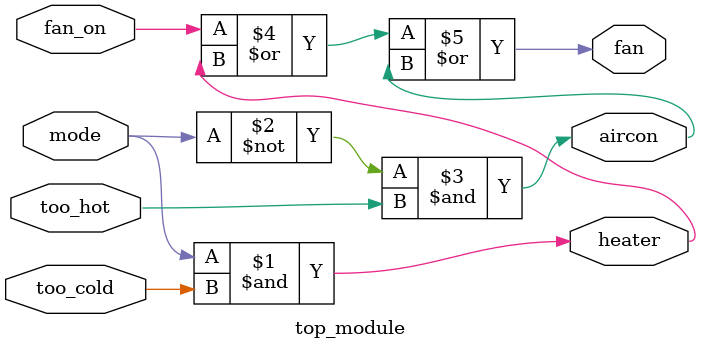
<source format=v>
module top_module(
  input too_cold,
  input too_hot,
  input mode,
  input fan_on,
  output heater,
  output aircon,
  output fan
);
  assign heater = mode & too_cold;
  assign aircon = ~mode & too_hot;
  assign fan = fan_on | heater | aircon;
endmodule

</source>
